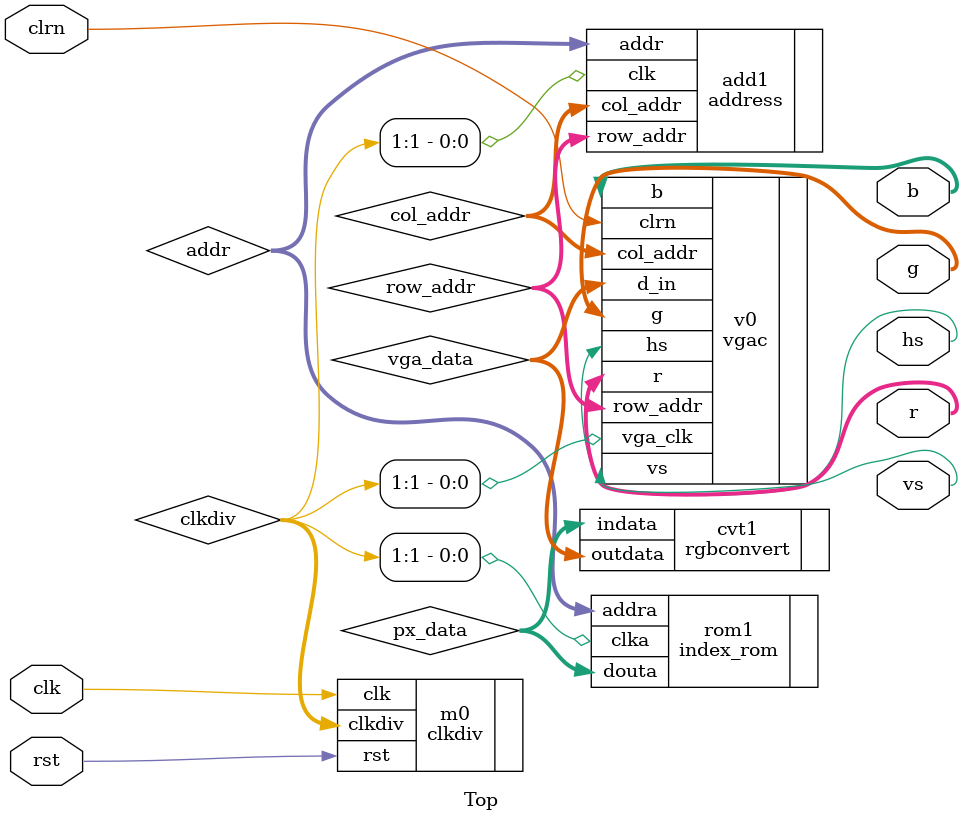
<source format=v>
`timescale 1ns / 1ps


module Top(
	input wire clk,
	//input rstn,
	input wire rst,
	input wire clrn,
	output wire hs,
	output wire vs,
	output wire [3:0] r,
	output wire [3:0] g,
	output wire [3:0] b
	//output reg [31:0]clkdiv,
	//output reg clkslow
    );
	
	
 	wire [11:0] vga_data;
 	wire [9:0] col_addr;
 	wire [8:0] row_addr;
	wire [11:0] addr;
	wire [23:0] px_data;
	wire [31:0] clkdiv;
	
	clkdiv m0 (.rst(rst), .clk(clk), .clkdiv(clkdiv));
	
	address add1 (
		.clk(clkdiv[1]),
		.col_addr(col_addr),
		.row_addr(row_addr),
		.addr(addr)
	);
	
	index_rom rom1 (
	  .clka(clkdiv[1]), // input clka
	  .addra(addr), // input [11 : 0] addra
	  .douta(px_data) // output [23 : 0] douta
	);
	
	rgbconvert cvt1 (
		.indata(px_data),
		.outdata(vga_data)
	);
	
	vgac v0 (
		.vga_clk(clkdiv[1]), .clrn(clrn), .d_in(vga_data), 
		.row_addr(row_addr), .col_addr(col_addr), 
		.r(r), .g(g), .b(b), .hs(hs), .vs(vs)
	);

endmodule

</source>
